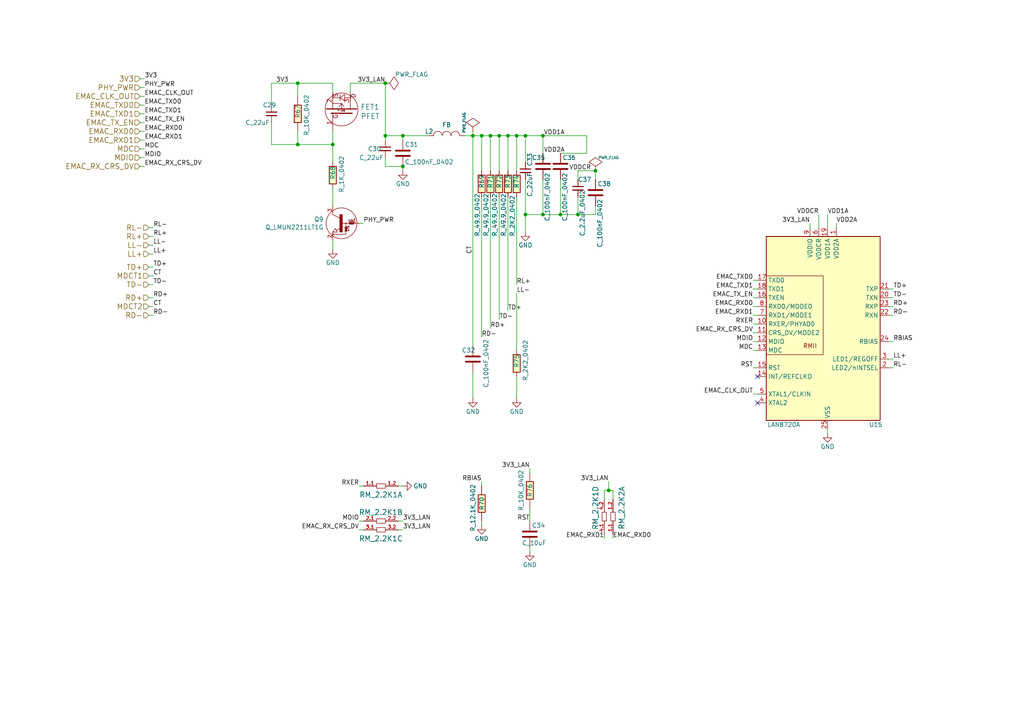
<source format=kicad_sch>
(kicad_sch (version 20211123) (generator eeschema)
  (paper "A4")
  (lib_symbols
    (symbol "ESP32-PoE_Rev_E:GND" (power) (pin_names (offset 0))
      (property "Value" "GND" (at 0 -3.81 0))
      (symbol "GND_0_1"
        (polyline (pts (xy 0 0) (xy 0 -1.27) (xy 1.27 -1.27) (xy 0 -2.54) (xy -1.27 -1.27) (xy 0 -1.27)))
      )
      (symbol "GND_1_1"
        (pin power_in line (at 0 0 270) (length 0) hide (name "GND") (number "1"))
      )
    )
    (symbol "ESP32-PoE_Rev_E:PWR_FLAG" (power) (pin_numbers hide) (pin_names (offset 0) hide)
      (property "Value" "PWR_FLAG" (at 0 4.572 0))
      (symbol "PWR_FLAG_0_0"
        (pin power_out line (at 0 0 90) (length 0) (name "pwr") (number "1"))
      )
      (symbol "PWR_FLAG_0_1"
        (polyline (pts (xy 0 0) (xy 0 1.27) (xy -1.905 2.54) (xy 0 3.81) (xy 1.905 2.54) (xy 0 1.27)))
      )
    )
    (symbol "Interface_Ethernet:LAN8720A"
      (property "Reference" "U" (at -13.97 29.21 0))
      (property "Value" "Interface_Ethernet_LAN8720A" (at 15.24 29.21 0))
      (symbol "LAN8720A_0_0"
        (text "RMII" (at -5.08 -3.81 0) (effects (font (size 1.27 1.27))))
      )
      (symbol "LAN8720A_0_1"
        (rectangle (start -17.78 27.94) (end 15.24 -25.4) (stroke (width 0.254)) (fill (type background)))
        (polyline (pts (xy -17.78 -6.35) (xy -1.27 -6.35) (xy -1.27 16.51) (xy -17.78 16.51)))
      )
      (symbol "LAN8720A_1_1"
        (pin power_in line (at 2.54 30.48 270) (length 2.54) (name "VDD2A") (number "1"))
        (pin output line (at -20.32 2.54 0) (length 2.54) (name "RXER/PHYAD0") (number "10"))
        (pin output line (at -20.32 0 0) (length 2.54) (name "CRS_DV/MODE2") (number "11"))
        (pin bidirectional line (at -20.32 -2.54 0) (length 2.54) (name "MDIO") (number "12"))
        (pin input line (at -20.32 -5.08 0) (length 2.54) (name "MDC") (number "13"))
        (pin output line (at -20.32 -12.7 0) (length 2.54) (name "INT/REFCLKO") (number "14"))
        (pin input line (at -20.32 -10.16 0) (length 2.54) (name "RST") (number "15"))
        (pin input line (at -20.32 10.16 0) (length 2.54) (name "TXEN") (number "16"))
        (pin input line (at -20.32 15.24 0) (length 2.54) (name "TXD0") (number "17"))
        (pin input line (at -20.32 12.7 0) (length 2.54) (name "TXD1") (number "18"))
        (pin power_in line (at 0 30.48 270) (length 2.54) (name "VDD1A") (number "19"))
        (pin bidirectional line (at 17.78 -10.16 180) (length 2.54) (name "LED2/nINTSEL") (number "2"))
        (pin output line (at 17.78 10.16 180) (length 2.54) (name "TXN") (number "20"))
        (pin output line (at 17.78 12.7 180) (length 2.54) (name "TXP") (number "21"))
        (pin output line (at 17.78 5.08 180) (length 2.54) (name "RXN") (number "22"))
        (pin output line (at 17.78 7.62 180) (length 2.54) (name "RXP") (number "23"))
        (pin input line (at 17.78 -2.54 180) (length 2.54) (name "RBIAS") (number "24"))
        (pin power_in line (at 0 -27.94 90) (length 2.54) (name "VSS") (number "25"))
        (pin bidirectional line (at 17.78 -7.62 180) (length 2.54) (name "LED1/REGOFF") (number "3"))
        (pin passive line (at -20.32 -20.32 0) (length 2.54) (name "XTAL2") (number "4"))
        (pin passive line (at -20.32 -17.78 0) (length 2.54) (name "XTAL1/CLKIN") (number "5"))
        (pin power_in line (at -2.54 30.48 270) (length 2.54) (name "VDDCR") (number "6"))
        (pin output line (at -20.32 5.08 0) (length 2.54) (name "RXD1/MODE1") (number "7"))
        (pin output line (at -20.32 7.62 0) (length 2.54) (name "RXD0/MODE0") (number "8"))
        (pin power_in line (at -5.08 30.48 270) (length 2.54) (name "VDDIO") (number "9"))
      )
    )
    (symbol "Open_Automation:C_100nF_0402" (pin_numbers hide) (pin_names (offset 0.254))
      (property "Reference" "C" (at 0.635 2.54 0))
      (property "Value" "Open_Automation_C_100nF_0402" (at -5.715 -2.54 0))
      (symbol "C_100nF_0402_0_1"
        (polyline (pts (xy -2.032 -0.762) (xy 2.032 -0.762)) (stroke (width 0.508)))
        (polyline (pts (xy -2.032 0.762) (xy 2.032 0.762)) (stroke (width 0.508)))
      )
      (symbol "C_100nF_0402_1_1"
        (pin passive line (at 0 3.81 270) (length 2.794) (name "~") (number "1"))
        (pin passive line (at 0 -3.81 90) (length 2.794) (name "~") (number "2"))
      )
    )
    (symbol "Open_Automation:C_10uF" (pin_numbers hide) (pin_names (offset 0.254))
      (property "Reference" "C" (at 0.635 2.54 0))
      (property "Value" "Open_Automation_C_10uF" (at 1.27 -2.54 0))
      (symbol "C_10uF_0_1"
        (polyline (pts (xy -2.032 -0.762) (xy 2.032 -0.762)) (stroke (width 0.508)))
        (polyline (pts (xy -2.032 0.762) (xy 2.032 0.762)) (stroke (width 0.508)))
      )
      (symbol "C_10uF_1_1"
        (pin passive line (at 0 3.81 270) (length 2.794) (name "~") (number "1"))
        (pin passive line (at 0 -3.81 90) (length 2.794) (name "~") (number "2"))
      )
    )
    (symbol "Open_Automation:C_2.2uF_0402" (pin_numbers hide) (pin_names (offset 0.254) hide)
      (property "Reference" "C" (at 0.254 1.778 0))
      (property "Value" "Open_Automation_C_2.2uF_0402" (at 0.254 -2.032 0))
      (symbol "C_2.2uF_0402_0_1"
        (polyline (pts (xy -1.524 -0.508) (xy 1.524 -0.508)) (stroke (width 0.3302)))
        (polyline (pts (xy -1.524 0.508) (xy 1.524 0.508)) (stroke (width 0.3048)))
      )
      (symbol "C_2.2uF_0402_1_1"
        (pin passive line (at 0 2.54 270) (length 1.905) (name "~") (number "1"))
        (pin passive line (at 0 -2.54 90) (length 2.032) (name "~") (number "2"))
      )
    )
    (symbol "Open_Automation:C_22uF" (pin_numbers hide) (pin_names (offset 0.254) hide)
      (property "Reference" "C" (at 0.254 1.778 0))
      (property "Value" "Open_Automation_C_22uF" (at 0.254 -2.032 0))
      (symbol "C_22uF_0_1"
        (polyline (pts (xy -1.524 -0.508) (xy 1.524 -0.508)) (stroke (width 0.3302)))
        (polyline (pts (xy -1.524 0.508) (xy 1.524 0.508)) (stroke (width 0.3048)))
      )
      (symbol "C_22uF_1_1"
        (pin passive line (at 0 2.54 270) (length 1.905) (name "~") (number "1"))
        (pin passive line (at 0 -2.54 90) (length 2.032) (name "~") (number "2"))
      )
    )
    (symbol "Open_Automation:FB" (pin_numbers hide) (pin_names (offset 0) hide)
      (property "Reference" "L" (at -1.27 2.54 0))
      (property "Value" "Open_Automation_FB" (at -1.27 -1.27 0))
      (symbol "FB_0_1"
        (arc (start -1.27 0) (mid -2.54 1.27) (end -3.81 0))
        (arc (start 1.27 0) (mid 0 1.27) (end -1.27 0))
        (arc (start 3.81 0) (mid 2.54 1.27) (end 1.27 0))
      )
      (symbol "FB_1_1"
        (pin passive line (at -5.08 0 0) (length 1.27) (name "1") (number "1"))
        (pin passive line (at 5.08 0 180) (length 1.27) (name "2") (number "2"))
      )
    )
    (symbol "Open_Automation:PFET" (pin_names (offset 1.016))
      (property "Reference" "FET" (at -6.35 -3.81 0))
      (property "Value" "Open_Automation_PFET" (at -10.16 -6.35 0))
      (symbol "PFET_0_0"
        (circle (center -2.54 3.3782) (radius 0.1016))
        (polyline (pts (xy -0.0254 1.7018) (xy 0.6604 0.7874)))
        (polyline (pts (xy 0.4318 4.3688) (xy 0.4318 2.4892)))
        (polyline (pts (xy 0.4572 3.4036) (xy 2.4892 3.4036)))
        (polyline (pts (xy -0.0762 1.7018) (xy -0.7112 0.7874) (xy -0.6858 0.8382)))
        (polyline (pts (xy -0.0254 0.254) (xy -0.0254 1.7272) (xy 2.5146 1.7272)))
        (polyline (pts (xy -2.5146 3.3782) (xy -0.9144 3.3782) (xy -0.9144 4.2926) (xy -0.9144 2.5146) (xy 0.4064 3.3782) (xy -0.889 4.3434)))
        (polyline (pts (xy -4.445 0.2286) (xy 4.4196 0.254) (xy 4.4196 0.0762) (xy -4.4196 0.0762) (xy -4.445 0.0762) (xy -4.445 0.1524) (xy 4.2926 0.1524)))
        (polyline (pts (xy -3.0988 -1.016) (xy 3.0988 -1.016) (xy 3.0988 -1.1938) (xy -3.0734 -1.2192) (xy -3.1242 -1.2192) (xy -3.1242 -1.0414) (xy -3.048 -1.143) (xy 2.9972 -1.1176)))
        (circle (center 0 0) (radius 4.7752))
        (circle (center 2.5146 1.7272) (radius 0.1016))
        (circle (center 2.5146 3.4036) (radius 0.1016))
        (text "D" (at -3.429 3.9878 900) (effects (font (size 1.27 1.27))))
        (text "G" (at 1.7272 -2.032 900) (effects (font (size 1.27 1.27))))
        (text "P-MOS" (at 0.0254 -0.381 0) (effects (font (size 0.4064 0.4064))))
        (text "S" (at 1.7526 4.1402 900) (effects (font (size 1.27 1.27))))
      )
      (symbol "PFET_1_1"
        (pin input line (at 2.54 -6.35 90) (length 5.08) (name "~") (number "1"))
        (pin passive line (at 2.54 5.08 270) (length 5.08) (name "~") (number "2"))
        (pin passive line (at -2.54 5.08 270) (length 5.08) (name "~") (number "3"))
      )
    )
    (symbol "Open_Automation:Q_LMUN2211LT1G" (pin_names (offset 0) hide)
      (property "Reference" "Q" (at 5.08 0 0))
      (property "Value" "Open_Automation_Q_LMUN2211LT1G" (at 5.08 -2.54 0))
      (symbol "Q_LMUN2211LT1G_1_0"
        (polyline (pts (xy -3.556 -0.254) (xy -2.286 -0.254)))
        (polyline (pts (xy -3.556 -0.127) (xy -3.556 -0.254)))
        (polyline (pts (xy -3.556 -0.127) (xy -2.286 -0.127)))
        (polyline (pts (xy -3.556 0) (xy -3.556 -0.127)))
        (polyline (pts (xy -3.556 0.127) (xy -3.556 0)))
        (polyline (pts (xy -3.556 0.127) (xy -2.286 0.127)))
        (polyline (pts (xy -3.556 0.254) (xy -3.556 0.127)))
        (polyline (pts (xy -3.556 0.254) (xy -2.286 0.254)))
        (polyline (pts (xy -2.286 0) (xy -3.556 0)))
        (polyline (pts (xy -2.286 0) (xy -2.286 -0.254)))
        (polyline (pts (xy -2.286 0.127) (xy -2.286 0)))
        (polyline (pts (xy -2.286 0.254) (xy -2.286 0.127)))
        (polyline (pts (xy -1.524 -2.286) (xy -1.524 -1.016)))
        (polyline (pts (xy -1.524 -2.286) (xy -1.397 -2.286)))
        (polyline (pts (xy -1.524 -1.016) (xy -1.397 -1.016)))
        (polyline (pts (xy -1.397 -2.286) (xy -1.397 -1.016)))
        (polyline (pts (xy -1.397 -2.286) (xy -1.143 -2.286)))
        (polyline (pts (xy -1.397 -1.016) (xy -1.143 -1.016)))
        (polyline (pts (xy -1.27 -3.175) (xy 2.54 -3.175)))
        (polyline (pts (xy -1.27 0) (xy -2.286 0)))
        (polyline (pts (xy -1.27 0) (xy -1.27 -3.175)))
        (polyline (pts (xy -1.143 -2.286) (xy -1.143 -1.016)))
        (polyline (pts (xy -1.143 -2.286) (xy -1.016 -2.286)))
        (polyline (pts (xy -1.143 -1.016) (xy -1.016 -1.016)))
        (polyline (pts (xy -1.016 -2.286) (xy -1.016 -1.016)))
        (polyline (pts (xy 0 0) (xy -1.27 0)))
        (polyline (pts (xy 1.27 -2.54) (xy 1.778 -1.524)))
        (polyline (pts (xy 1.524 -2.032) (xy 0.3048 -1.4224)))
        (polyline (pts (xy 1.778 -1.524) (xy 2.54 -2.54)))
        (polyline (pts (xy 2.54 -2.54) (xy 1.27 -2.54)))
        (polyline (pts (xy 2.54 2.54) (xy 0.508 1.524)))
        (text "10k" (at -2.7686 0.7366 0) (effects (font (size 0.6096 0.6096))))
        (text "47k" (at -2.0066 -1.4986 900) (effects (font (size 0.6096 0.6096))))
      )
      (symbol "Q_LMUN2211LT1G_1_1"
        (circle (center -1.27 0) (radius 0.127) (fill (type outline)))
        (rectangle (start -0.254 -2.54) (end 0.508 2.54) (fill (type outline)))
        (circle (center 0 0) (radius 4.4704))
        (circle (center 2.54 -3.175) (radius 0.127) (fill (type outline)))
        (pin passive line (at -5.08 0 0) (length 2.54) (name "B") (number "1"))
        (pin passive line (at 2.54 -5.08 90) (length 2.54) (name "E") (number "2"))
        (pin passive line (at 2.54 5.08 270) (length 2.54) (name "C") (number "3"))
      )
    )
    (symbol "Open_Automation:RA_2.2K_(4x0603)_4B8_Smashed" (pin_names (offset 1.016))
      (property "Reference" "RM_2.2K" (at 0 6.35 0))
      (symbol "RA_2.2K_(4x0603)_4B8_Smashed_0_0"
        (rectangle (start -1.2446 4.445) (end 1.2954 3.175))
      )
      (symbol "RA_2.2K_(4x0603)_4B8_Smashed_1_1"
        (pin passive line (at -5.08 3.81 0) (length 3.81) (name "~") (number "1.1"))
        (pin passive line (at 5.08 3.81 180) (length 3.81) (name "~") (number "1.2"))
      )
      (symbol "RA_2.2K_(4x0603)_4B8_Smashed_1_2"
        (pin passive line (at -5.08 3.81 0) (length 3.81) (name "~") (number "1.1"))
        (pin passive line (at 5.08 3.81 180) (length 3.81) (name "~") (number "1.2"))
      )
      (symbol "RA_2.2K_(4x0603)_4B8_Smashed_2_1"
        (pin passive line (at -5.08 3.81 0) (length 3.81) (name "~") (number "2.1"))
        (pin passive line (at 5.08 3.81 180) (length 3.81) (name "~") (number "2.2"))
      )
      (symbol "RA_2.2K_(4x0603)_4B8_Smashed_2_2"
        (pin passive line (at -5.08 3.81 0) (length 3.81) (name "~") (number "1.1"))
        (pin passive line (at 5.08 3.81 180) (length 3.81) (name "~") (number "1.2"))
      )
      (symbol "RA_2.2K_(4x0603)_4B8_Smashed_3_1"
        (pin passive line (at -5.08 3.81 0) (length 3.81) (name "~") (number "3.1"))
        (pin passive line (at 5.08 3.81 180) (length 3.81) (name "~") (number "3.2"))
      )
      (symbol "RA_2.2K_(4x0603)_4B8_Smashed_3_2"
        (pin passive line (at -5.08 3.81 0) (length 3.81) (name "~") (number "1.1"))
        (pin passive line (at 5.08 3.81 180) (length 3.81) (name "~") (number "1.2"))
      )
      (symbol "RA_2.2K_(4x0603)_4B8_Smashed_4_1"
        (pin passive line (at -5.08 3.81 0) (length 3.81) (name "~") (number "4.1"))
        (pin passive line (at 5.08 3.81 180) (length 3.81) (name "~") (number "4.2"))
      )
      (symbol "RA_2.2K_(4x0603)_4B8_Smashed_4_2"
        (pin passive line (at -5.08 3.81 0) (length 3.81) (name "~") (number "1.1"))
        (pin passive line (at 5.08 3.81 180) (length 3.81) (name "~") (number "1.2"))
      )
    )
    (symbol "Open_Automation:R_10K_0402" (pin_numbers hide) (pin_names (offset 0))
      (property "Reference" "R" (at 0 0 90))
      (property "Value" "Open_Automation_R_10K_0402" (at -1.905 0 90))
      (symbol "R_10K_0402_0_1"
        (rectangle (start -1.016 -2.54) (end 1.016 2.54) (stroke (width 0.254)) (fill (type background)))
      )
      (symbol "R_10K_0402_1_1"
        (pin passive line (at 0 -5.08 90) (length 2.54) (name "~") (number "1"))
        (pin passive line (at 0 5.08 270) (length 2.54) (name "~") (number "2"))
      )
    )
    (symbol "Open_Automation:R_12.1K_0402" (pin_numbers hide) (pin_names (offset 0))
      (property "Reference" "R" (at 0 0 90))
      (property "Value" "Open_Automation_R_12.1K_0402" (at -1.905 0 90))
      (symbol "R_12.1K_0402_0_1"
        (rectangle (start -1.016 -2.54) (end 1.016 2.54) (stroke (width 0.254)) (fill (type background)))
      )
      (symbol "R_12.1K_0402_1_1"
        (pin passive line (at 0 -5.08 90) (length 2.54) (name "~") (number "1"))
        (pin passive line (at 0 5.08 270) (length 2.54) (name "~") (number "2"))
      )
    )
    (symbol "Open_Automation:R_1K_0402" (pin_numbers hide) (pin_names (offset 0))
      (property "Reference" "R" (at 0 0 90))
      (property "Value" "Open_Automation_R_1K_0402" (at -1.905 0 90))
      (symbol "R_1K_0402_0_1"
        (rectangle (start -1.016 -2.54) (end 1.016 2.54) (stroke (width 0.254)) (fill (type background)))
      )
      (symbol "R_1K_0402_1_1"
        (pin passive line (at 0 3.81 270) (length 1.27) (name "~") (number "1"))
        (pin passive line (at 0 -3.81 90) (length 1.27) (name "~") (number "2"))
      )
    )
    (symbol "Open_Automation:R_2K2_0402" (pin_numbers hide) (pin_names (offset 0))
      (property "Reference" "R" (at 0 0 90))
      (property "Value" "Open_Automation_R_2K2_0402" (at -1.905 0 90))
      (symbol "R_2K2_0402_0_1"
        (rectangle (start -1.016 -2.54) (end 1.016 2.54) (stroke (width 0.254)) (fill (type background)))
      )
      (symbol "R_2K2_0402_1_1"
        (pin passive line (at 0 3.81 270) (length 1.27) (name "~") (number "1"))
        (pin passive line (at 0 -3.81 90) (length 1.27) (name "~") (number "2"))
      )
    )
    (symbol "Open_Automation:R_49.9_0402" (pin_numbers hide) (pin_names (offset 0))
      (property "Reference" "R" (at 0 0 90))
      (property "Value" "Open_Automation_R_49.9_0402" (at -1.905 0 90))
      (symbol "R_49.9_0402_0_1"
        (rectangle (start -1.016 -2.54) (end 1.016 2.54) (stroke (width 0.254)) (fill (type background)))
      )
      (symbol "R_49.9_0402_1_1"
        (pin passive line (at 0 3.81 270) (length 1.27) (name "~") (number "1"))
        (pin passive line (at 0 -3.81 90) (length 1.27) (name "~") (number "2"))
      )
    )
    (symbol "power:GND" (power) (pin_names (offset 0))
      (property "Value" "power_GND" (at 0 -3.81 0))
      (symbol "GND_0_1"
        (polyline (pts (xy 0 0) (xy 0 -1.27) (xy 1.27 -1.27) (xy 0 -2.54) (xy -1.27 -1.27) (xy 0 -1.27)))
      )
      (symbol "GND_1_1"
        (pin power_in line (at 0 0 270) (length 0) hide (name "GND") (number "1"))
      )
    )
  )
  (junction (at 157.48 39.37))
  (junction (at 147.32 39.37))
  (junction (at 86.36 24.13))
  (junction (at 176.53 142.24))
  (junction (at 137.16 39.37))
  (junction (at 172.72 49.53))
  (junction (at 116.84 48.26))
  (junction (at 111.76 39.37))
  (junction (at 86.36 41.91))
  (junction (at 152.4 62.23))
  (junction (at 116.84 39.37))
  (junction (at 144.78 39.37))
  (junction (at 152.4 39.37))
  (junction (at 149.86 39.37))
  (junction (at 96.52 41.91))
  (junction (at 111.76 24.13))
  (junction (at 157.48 62.23))
  (junction (at 162.56 62.23))
  (junction (at 139.7 39.37))
  (junction (at 167.64 62.23))
  (junction (at 142.24 39.37))
  (no_connect (at 219.71 116.84))
  (no_connect (at 219.71 109.22))
  (wire (pts (xy 162.56 52.07) (xy 162.56 62.23)))
  (wire (pts (xy 167.64 49.53) (xy 172.72 49.53)))
  (wire (pts (xy 218.44 88.9) (xy 219.71 88.9)))
  (wire (pts (xy 218.44 106.68) (xy 219.71 106.68)))
  (wire (pts (xy 40.64 38.1) (xy 41.91 38.1)))
  (wire (pts (xy 162.56 62.23) (xy 167.64 62.23)))
  (wire (pts (xy 157.48 62.23) (xy 162.56 62.23)))
  (wire (pts (xy 137.16 39.37) (xy 139.7 39.37)))
  (wire (pts (xy 152.4 62.23) (xy 152.4 67.31)))
  (wire (pts (xy 234.95 64.77) (xy 234.95 66.04)))
  (wire (pts (xy 172.72 52.07) (xy 172.72 49.53)))
  (wire (pts (xy 177.8 156.21) (xy 177.8 154.94)))
  (wire (pts (xy 149.86 57.15) (xy 149.86 82.55)))
  (wire (pts (xy 167.64 62.23) (xy 172.72 62.23)))
  (wire (pts (xy 147.32 39.37) (xy 149.86 39.37)))
  (wire (pts (xy 41.91 30.48) (xy 40.64 30.48)))
  (wire (pts (xy 218.44 81.28) (xy 219.71 81.28)))
  (wire (pts (xy 237.49 62.23) (xy 237.49 66.04)))
  (wire (pts (xy 149.86 39.37) (xy 152.4 39.37)))
  (wire (pts (xy 259.08 106.68) (xy 257.81 106.68)))
  (wire (pts (xy 167.64 49.53) (xy 167.64 52.07)))
  (wire (pts (xy 116.84 40.64) (xy 116.84 39.37)))
  (wire (pts (xy 86.36 38.1) (xy 86.36 41.91)))
  (wire (pts (xy 104.14 153.67) (xy 105.41 153.67)))
  (wire (pts (xy 259.08 99.06) (xy 257.81 99.06)))
  (wire (pts (xy 139.7 139.7) (xy 139.7 140.97)))
  (wire (pts (xy 116.84 48.26) (xy 116.84 49.53)))
  (wire (pts (xy 157.48 39.37) (xy 170.18 39.37)))
  (wire (pts (xy 105.41 64.77) (xy 104.14 64.77)))
  (wire (pts (xy 44.45 68.58) (xy 43.18 68.58)))
  (wire (pts (xy 116.84 140.97) (xy 115.57 140.97)))
  (wire (pts (xy 259.08 104.14) (xy 257.81 104.14)))
  (wire (pts (xy 86.36 41.91) (xy 96.52 41.91)))
  (wire (pts (xy 176.53 142.24) (xy 175.26 142.24)))
  (wire (pts (xy 78.74 41.91) (xy 86.36 41.91)))
  (wire (pts (xy 116.84 39.37) (xy 124.46 39.37)))
  (wire (pts (xy 137.16 107.95) (xy 137.16 115.57)))
  (wire (pts (xy 115.57 153.67) (xy 116.84 153.67)))
  (wire (pts (xy 41.91 27.94) (xy 40.64 27.94)))
  (wire (pts (xy 104.14 151.13) (xy 105.41 151.13)))
  (wire (pts (xy 86.36 27.94) (xy 86.36 24.13)))
  (wire (pts (xy 139.7 39.37) (xy 142.24 39.37)))
  (wire (pts (xy 101.6 26.67) (xy 101.6 24.13)))
  (wire (pts (xy 218.44 93.98) (xy 219.71 93.98)))
  (wire (pts (xy 111.76 40.64) (xy 111.76 39.37)))
  (wire (pts (xy 219.71 99.06) (xy 218.44 99.06)))
  (wire (pts (xy 175.26 156.21) (xy 175.26 154.94)))
  (wire (pts (xy 170.18 39.37) (xy 170.18 44.45)))
  (wire (pts (xy 101.6 24.13) (xy 111.76 24.13)))
  (wire (pts (xy 44.45 86.36) (xy 43.18 86.36)))
  (wire (pts (xy 41.91 33.02) (xy 40.64 33.02)))
  (wire (pts (xy 111.76 45.72) (xy 111.76 48.26)))
  (wire (pts (xy 44.45 91.44) (xy 43.18 91.44)))
  (wire (pts (xy 44.45 71.12) (xy 43.18 71.12)))
  (wire (pts (xy 144.78 57.15) (xy 144.78 92.71)))
  (wire (pts (xy 40.64 48.26) (xy 41.91 48.26)))
  (wire (pts (xy 44.45 88.9) (xy 43.18 88.9)))
  (wire (pts (xy 116.84 151.13) (xy 115.57 151.13)))
  (wire (pts (xy 41.91 45.72) (xy 40.64 45.72)))
  (wire (pts (xy 142.24 57.15) (xy 142.24 95.25)))
  (wire (pts (xy 259.08 83.82) (xy 257.81 83.82)))
  (wire (pts (xy 177.8 142.24) (xy 177.8 144.78)))
  (wire (pts (xy 167.64 62.23) (xy 167.64 57.15)))
  (wire (pts (xy 149.86 109.22) (xy 149.86 115.57)))
  (wire (pts (xy 147.32 49.53) (xy 147.32 39.37)))
  (wire (pts (xy 96.52 24.13) (xy 96.52 26.67)))
  (wire (pts (xy 153.67 147.32) (xy 153.67 151.13)))
  (wire (pts (xy 147.32 57.15) (xy 147.32 90.17)))
  (wire (pts (xy 139.7 151.13) (xy 139.7 152.4)))
  (wire (pts (xy 175.26 142.24) (xy 175.26 144.78)))
  (wire (pts (xy 152.4 46.99) (xy 152.4 39.37)))
  (wire (pts (xy 40.64 40.64) (xy 41.91 40.64)))
  (wire (pts (xy 44.45 80.01) (xy 43.18 80.01)))
  (wire (pts (xy 144.78 49.53) (xy 144.78 39.37)))
  (wire (pts (xy 111.76 48.26) (xy 116.84 48.26)))
  (wire (pts (xy 259.08 86.36) (xy 257.81 86.36)))
  (wire (pts (xy 78.74 24.13) (xy 86.36 24.13)))
  (wire (pts (xy 41.91 35.56) (xy 40.64 35.56)))
  (wire (pts (xy 86.36 24.13) (xy 96.52 24.13)))
  (wire (pts (xy 218.44 86.36) (xy 219.71 86.36)))
  (wire (pts (xy 40.64 43.18) (xy 41.91 43.18)))
  (wire (pts (xy 153.67 160.02) (xy 153.67 158.75)))
  (wire (pts (xy 218.44 101.6) (xy 219.71 101.6)))
  (wire (pts (xy 176.53 142.24) (xy 177.8 142.24)))
  (wire (pts (xy 78.74 30.48) (xy 78.74 24.13)))
  (wire (pts (xy 259.08 88.9) (xy 257.81 88.9)))
  (wire (pts (xy 153.67 135.89) (xy 153.67 137.16)))
  (wire (pts (xy 111.76 24.13) (xy 111.76 39.37)))
  (wire (pts (xy 78.74 35.56) (xy 78.74 41.91)))
  (wire (pts (xy 152.4 52.07) (xy 152.4 62.23)))
  (wire (pts (xy 134.62 39.37) (xy 137.16 39.37)))
  (wire (pts (xy 142.24 49.53) (xy 142.24 39.37)))
  (wire (pts (xy 41.91 25.4) (xy 40.64 25.4)))
  (wire (pts (xy 43.18 73.66) (xy 44.45 73.66)))
  (wire (pts (xy 240.03 62.23) (xy 240.03 66.04)))
  (wire (pts (xy 144.78 39.37) (xy 147.32 39.37)))
  (wire (pts (xy 149.86 85.09) (xy 149.86 101.6)))
  (wire (pts (xy 218.44 114.3) (xy 219.71 114.3)))
  (wire (pts (xy 96.52 54.61) (xy 96.52 59.69)))
  (wire (pts (xy 172.72 59.69) (xy 172.72 62.23)))
  (wire (pts (xy 137.16 39.37) (xy 137.16 100.33)))
  (wire (pts (xy 218.44 83.82) (xy 219.71 83.82)))
  (wire (pts (xy 162.56 44.45) (xy 170.18 44.45)))
  (wire (pts (xy 96.52 72.39) (xy 96.52 69.85)))
  (wire (pts (xy 44.45 82.55) (xy 43.18 82.55)))
  (wire (pts (xy 96.52 41.91) (xy 96.52 46.99)))
  (wire (pts (xy 157.48 52.07) (xy 157.48 62.23)))
  (wire (pts (xy 152.4 62.23) (xy 157.48 62.23)))
  (wire (pts (xy 105.41 140.97) (xy 104.14 140.97)))
  (wire (pts (xy 176.53 139.7) (xy 176.53 142.24)))
  (wire (pts (xy 111.76 39.37) (xy 116.84 39.37)))
  (wire (pts (xy 139.7 49.53) (xy 139.7 39.37)))
  (wire (pts (xy 218.44 96.52) (xy 219.71 96.52)))
  (wire (pts (xy 240.03 125.73) (xy 240.03 124.46)))
  (wire (pts (xy 157.48 44.45) (xy 157.48 39.37)))
  (wire (pts (xy 137.16 38.1) (xy 137.16 39.37)))
  (wire (pts (xy 142.24 39.37) (xy 144.78 39.37)))
  (wire (pts (xy 152.4 39.37) (xy 157.48 39.37)))
  (wire (pts (xy 96.52 38.1) (xy 96.52 41.91)))
  (wire (pts (xy 149.86 49.53) (xy 149.86 39.37)))
  (wire (pts (xy 139.7 57.15) (xy 139.7 97.79)))
  (wire (pts (xy 44.45 66.04) (xy 43.18 66.04)))
  (wire (pts (xy 259.08 91.44) (xy 257.81 91.44)))
  (wire (pts (xy 242.57 64.77) (xy 242.57 66.04)))
  (wire (pts (xy 218.44 91.44) (xy 219.71 91.44)))
  (wire (pts (xy 44.45 77.47) (xy 43.18 77.47)))
  (wire (pts (xy 41.91 22.86) (xy 40.64 22.86)))
  (label "RBIAS" (at 139.7 139.7 180))
  (label "EMAC_TXD0" (at 41.91 30.48 0))
  (label "EMAC_RX_CRS_DV" (at 41.91 48.26 0))
  (label "EMAC_RXD1" (at 218.44 91.44 180))
  (label "VDD2A" (at 163.83 44.45 180))
  (label "MDIO" (at 104.14 151.13 180))
  (label "RL-" (at 44.45 66.04 0))
  (label "EMAC_RXD1" (at 175.26 156.21 180))
  (label "MDIO" (at 41.91 45.72 0))
  (label "3V3_LAN" (at 234.95 64.77 180))
  (label "LL+" (at 259.08 104.14 0))
  (label "RL-" (at 259.08 106.68 0))
  (label "RD+" (at 142.24 95.25 0))
  (label "TD+" (at 44.45 77.47 0))
  (label "RD+" (at 44.45 86.36 0))
  (label "VDDCR" (at 237.49 62.23 180))
  (label "EMAC_RX_CRS_DV" (at 104.14 153.67 180))
  (label "RST" (at 153.67 151.13 180))
  (label "TD-" (at 44.45 82.55 0))
  (label "3V3" (at 80.01 24.13 0))
  (label "3V3_LAN" (at 111.76 24.13 180))
  (label "RL+" (at 149.86 82.55 0))
  (label "MDC" (at 41.91 43.18 0))
  (label "RL+" (at 44.45 68.58 0))
  (label "LL+" (at 44.45 73.66 0))
  (label "RXER" (at 104.14 140.97 180))
  (label "TD-" (at 259.08 86.36 0))
  (label "TD+" (at 147.32 90.17 0))
  (label "EMAC_RXD1" (at 41.91 40.64 0))
  (label "3V3" (at 41.91 22.86 0))
  (label "EMAC_TXD1" (at 218.44 83.82 180))
  (label "PHY_PWR" (at 105.41 64.77 0))
  (label "3V3_LAN" (at 116.84 153.67 0))
  (label "VDDCR" (at 171.45 49.53 180))
  (label "EMAC_CLK_OUT" (at 41.91 27.94 0))
  (label "EMAC_TXD1" (at 41.91 33.02 0))
  (label "PHY_PWR" (at 41.91 25.4 0))
  (label "RD-" (at 139.7 97.79 0))
  (label "EMAC_TXD0" (at 218.44 81.28 180))
  (label "RD-" (at 259.08 91.44 0))
  (label "CT" (at 137.16 73.66 90))
  (label "EMAC_CLK_OUT" (at 218.44 114.3 180))
  (label "EMAC_RXD0" (at 177.8 156.21 0))
  (label "3V3_LAN" (at 116.84 151.13 0))
  (label "VDD1A" (at 240.03 62.23 0))
  (label "3V3_LAN" (at 176.53 139.7 180))
  (label "RST" (at 218.44 106.68 180))
  (label "MDIO" (at 218.44 99.06 180))
  (label "LL-" (at 44.45 71.12 0))
  (label "TD-" (at 144.78 92.71 0))
  (label "RD-" (at 44.45 91.44 0))
  (label "VDD2A" (at 242.57 64.77 0))
  (label "3V3_LAN" (at 153.67 135.89 180))
  (label "RXER" (at 218.44 93.98 180))
  (label "EMAC_RX_CRS_DV" (at 218.44 96.52 180))
  (label "RBIAS" (at 259.08 99.06 0))
  (label "MDC" (at 218.44 101.6 180))
  (label "EMAC_TX_EN" (at 41.91 35.56 0))
  (label "VDD1A" (at 163.83 39.37 180))
  (label "EMAC_RXD0" (at 218.44 88.9 180))
  (label "RD+" (at 259.08 88.9 0))
  (label "EMAC_RXD0" (at 41.91 38.1 0))
  (label "LL-" (at 149.86 85.09 0))
  (label "EMAC_TX_EN" (at 218.44 86.36 180))
  (label "CT" (at 44.45 80.01 0))
  (label "CT" (at 44.45 88.9 0))
  (label "TD+" (at 259.08 83.82 0))
  (hierarchical_label "TD-" (shape input) (at 43.18 82.55 180) (effects (font (size 1.524 1.524))))
  (hierarchical_label "MDC" (shape input) (at 40.64 43.18 180) (effects (font (size 1.524 1.524))))
  (hierarchical_label "MDIO" (shape input) (at 40.64 45.72 180) (effects (font (size 1.524 1.524))))
  (hierarchical_label "EMAC_RXD0" (shape input) (at 40.64 38.1 180) (effects (font (size 1.524 1.524))))
  (hierarchical_label "EMAC_RX_CRS_DV" (shape input) (at 40.64 48.26 180) (effects (font (size 1.524 1.524))))
  (hierarchical_label "3V3" (shape input) (at 40.64 22.86 180) (effects (font (size 1.524 1.524))))
  (hierarchical_label "RL+" (shape input) (at 43.18 68.58 180) (effects (font (size 1.524 1.524))))
  (hierarchical_label "EMAC_TX_EN" (shape input) (at 40.64 35.56 180) (effects (font (size 1.524 1.524))))
  (hierarchical_label "EMAC_TXD0" (shape input) (at 40.64 30.48 180) (effects (font (size 1.524 1.524))))
  (hierarchical_label "MDCT2" (shape input) (at 43.18 88.9 180) (effects (font (size 1.524 1.524))))
  (hierarchical_label "EMAC_RXD1" (shape input) (at 40.64 40.64 180) (effects (font (size 1.524 1.524))))
  (hierarchical_label "LL+" (shape input) (at 43.18 73.66 180) (effects (font (size 1.524 1.524))))
  (hierarchical_label "TD+" (shape input) (at 43.18 77.47 180) (effects (font (size 1.524 1.524))))
  (hierarchical_label "RL-" (shape input) (at 43.18 66.04 180) (effects (font (size 1.524 1.524))))
  (hierarchical_label "RD+" (shape input) (at 43.18 86.36 180) (effects (font (size 1.524 1.524))))
  (hierarchical_label "EMAC_TXD1" (shape input) (at 40.64 33.02 180) (effects (font (size 1.524 1.524))))
  (hierarchical_label "MDCT1" (shape input) (at 43.18 80.01 180) (effects (font (size 1.524 1.524))))
  (hierarchical_label "EMAC_CLK_OUT" (shape input) (at 40.64 27.94 180) (effects (font (size 1.524 1.524))))
  (hierarchical_label "LL-" (shape input) (at 43.18 71.12 180) (effects (font (size 1.524 1.524))))
  (hierarchical_label "PHY_PWR" (shape input) (at 40.64 25.4 180) (effects (font (size 1.524 1.524))))
  (hierarchical_label "RD-" (shape input) (at 43.18 91.44 180) (effects (font (size 1.524 1.524))))
  (symbol (lib_id "ESP32-PoE_Rev_E:PWR_FLAG") (at 137.16 38.1 0) (unit 1)
    (property "Reference" "#FLG04" (effects hide))
    (property "Value" "PWR_FLAG" (at 134.62 35.56 90) (effects (font (size 0.7874 0.7874))))
  )
  (symbol (lib_id "ESP32-PoE_Rev_E:PWR_FLAG") (at 172.72 49.53 0) (unit 1)
    (property "Reference" "#FLG05" (effects hide))
    (property "Value" "PWR_FLAG" (at 176.53 45.72 0) (effects (font (size 0.7874 0.7874))))
  )
  (symbol (lib_id "Open_Automation:R_10K_0402") (at 153.67 142.24 0) (unit 1)
    (property "Reference" "R76" (at 153.67 142.24 90))
    (property "Value" "R_10K_0402" (at 151.13 142.24 90))
    (property "Footprint" "Resistor_SMD:R_0402_1005Metric_Pad0.72x0.64mm_HandSolder" (effects hide))
    (property "Datasheet" "https://datasheet.lcsc.com/szlcsc/Uniroyal-Elec-0402WGF1002TCE_C25744.pdf" (effects hide))
    (property "Part Number" "0402WGF1002TCE" (effects hide))
    (property "LCSC" "C25744" (effects hide))
  )
  (symbol (lib_id "Open_Automation:C_10uF") (at 153.67 154.94 180) (unit 1)
    (property "Reference" "C34" (at 156.21 152.4 0))
    (property "Value" "C_10uF" (at 154.94 157.48 0))
    (property "Footprint" "Capacitor_SMD:C_0805_2012Metric_Pad1.18x1.45mm_HandSolder" (effects hide))
    (property "Datasheet" "https://datasheet.lcsc.com/szlcsc/Samsung-Electro-Mechanics-CL21A106KAYNNNE_C15850.pdf" (effects hide))
    (property "Part Number" "CL21A106KAYNNNE" (effects hide))
    (property "LCSC" "C15850" (effects hide))
  )
  (symbol (lib_id "Open_Automation:RA_2.2K_(4x0603)_4B8_Smashed") (at 179.07 149.86 90) (unit 4)
    (property "Reference" "RM_2.2K1" (at 172.72 147.32 0) (effects (font (size 1.524 1.524))))
    (property "Value" "RA_2.2K_(4x0603)_4B8_Smashed" (effects hide))
    (property "Footprint" "Open_Automation:R_0603_MATRIX_4" (effects hide))
    (property "Datasheet" "https://datasheet.lcsc.com/szlcsc/Uniroyal-Elec-4D03WGJ0222T5E_C12001.pdf" (effects hide))
    (property "Part Number" "4D03WGJ0222T5E" (effects hide))
    (property "LCSC" "C12001" (effects hide))
  )
  (symbol (lib_id "Open_Automation:RA_2.2K_(4x0603)_4B8_Smashed") (at 181.61 149.86 90) (unit 1)
    (property "Reference" "RM_2.2K2" (at 180.34 147.32 0) (effects (font (size 1.524 1.524))))
    (property "Value" "RA_2.2K_(4x0603)_4B8_Smashed" (effects hide))
    (property "Footprint" "Open_Automation:R_0603_MATRIX_4" (effects hide))
    (property "Datasheet" "https://datasheet.lcsc.com/szlcsc/Uniroyal-Elec-4D03WGJ0222T5E_C12001.pdf" (effects hide))
    (property "Part Number" "4D03WGJ0222T5E" (effects hide))
    (property "LCSC" "C12001" (effects hide))
  )
  (symbol (lib_id "Interface_Ethernet:LAN8720A") (at 240.03 96.52 0) (unit 1)
    (property "Reference" "U15" (at 254 123.19 0))
    (property "Value" "LAN8720A" (at 227.33 123.19 0))
    (property "Footprint" "Package_DFN_QFN:QFN-24-1EP_4x4mm_P0.5mm_EP2.6x2.6mm" (effects hide))
    (property "Datasheet" "http://ww1.microchip.com/downloads/en/DeviceDoc/8720a.pdf" (effects hide))
    (property "LCSC" "C45223" (effects hide))
    (property "Part Number" "LAN8720A-CP-TR" (effects hide))
  )
  (symbol (lib_id "Open_Automation:R_12.1K_0402") (at 139.7 146.05 180) (unit 1)
    (property "Reference" "R70" (at 139.7 146.05 90))
    (property "Value" "R_12.1K_0402" (at 137.16 147.32 90))
    (property "Footprint" "Resistor_SMD:R_0402_1005Metric_Pad0.72x0.64mm_HandSolder" (effects hide))
    (property "Datasheet" "https://datasheet.lcsc.com/szlcsc/Uniroyal-Elec-0402WGF1212TCE_C25852.pdf" (effects hide))
    (property "Part Number" "0402WGF1212TCE" (effects hide))
    (property "LCSC" "C25852" (effects hide))
  )
  (symbol (lib_id "Open_Automation:RA_2.2K_(4x0603)_4B8_Smashed") (at 110.49 144.78 0) (unit 1)
    (property "Reference" "RM_2.2K1" (at 110.49 143.51 0) (effects (font (size 1.524 1.524))))
    (property "Value" "RA_2.2K_(4x0603)_4B8_Smashed" (effects hide))
    (property "Footprint" "Open_Automation:R_0603_MATRIX_4" (effects hide))
    (property "Datasheet" "https://datasheet.lcsc.com/szlcsc/Uniroyal-Elec-4D03WGJ0222T5E_C12001.pdf" (effects hide))
    (property "Part Number" "4D03WGJ0222T5E" (effects hide))
    (property "LCSC" "C12001" (effects hide))
  )
  (symbol (lib_id "Open_Automation:RA_2.2K_(4x0603)_4B8_Smashed") (at 110.49 154.94 0) (unit 2)
    (property "Reference" "RM_2.2K1" (at 110.49 148.59 0) (effects (font (size 1.524 1.524))))
    (property "Value" "RA_2.2K_(4x0603)_4B8_Smashed" (effects hide))
    (property "Footprint" "Open_Automation:R_0603_MATRIX_4" (effects hide))
    (property "Datasheet" "https://datasheet.lcsc.com/szlcsc/Uniroyal-Elec-4D03WGJ0222T5E_C12001.pdf" (effects hide))
    (property "Part Number" "4D03WGJ0222T5E" (effects hide))
    (property "LCSC" "C12001" (effects hide))
  )
  (symbol (lib_id "Open_Automation:RA_2.2K_(4x0603)_4B8_Smashed") (at 110.49 157.48 0) (unit 3)
    (property "Reference" "RM_2.2K1" (at 110.49 156.21 0) (effects (font (size 1.524 1.524))))
    (property "Value" "RA_2.2K_(4x0603)_4B8_Smashed" (effects hide))
    (property "Footprint" "Open_Automation:R_0603_MATRIX_4" (effects hide))
    (property "Datasheet" "https://datasheet.lcsc.com/szlcsc/Uniroyal-Elec-4D03WGJ0222T5E_C12001.pdf" (effects hide))
    (property "Part Number" "4D03WGJ0222T5E" (effects hide))
    (property "LCSC" "C12001" (effects hide))
  )
  (symbol (lib_id "Open_Automation:R_10K_0402") (at 86.36 33.02 0) (unit 1)
    (property "Reference" "R67" (at 86.36 34.29 90) (effects (justify left)))
    (property "Value" "R_10K_0402" (at 88.9 39.37 90) (effects (justify left)))
    (property "Footprint" "Resistor_SMD:R_0402_1005Metric_Pad0.72x0.64mm_HandSolder" (effects hide))
    (property "Datasheet" "https://datasheet.lcsc.com/szlcsc/Uniroyal-Elec-0402WGF1002TCE_C25744.pdf" (effects hide))
    (property "Part Number" "0402WGF1002TCE" (effects hide))
    (property "LCSC" "C25744" (effects hide))
  )
  (symbol (lib_id "power:GND") (at 240.03 125.73 0) (unit 1)
    (property "Reference" "#PWR0116" (effects hide))
    (property "Value" "GND" (at 240.03 129.54 0))
  )
  (symbol (lib_id "Open_Automation:PFET") (at 99.06 31.75 0) (mirror y) (unit 1)
    (property "Reference" "FET1" (at 104.5464 31.0388 0) (effects (font (size 1.524 1.524)) (justify right)))
    (property "Value" "PFET" (at 104.5464 33.7312 0) (effects (font (size 1.524 1.524)) (justify right)))
    (property "Footprint" "Package_TO_SOT_SMD:SOT-23" (effects hide))
    (property "Datasheet" "https://datasheet.lcsc.com/szlcsc/Will-Semicon-WPM2015-3-TR_C213159.pdf" (effects hide))
    (property "Part Number" "WPM2015-3/TR" (effects hide))
    (property "LCSC" "C213159" (effects hide))
  )
  (symbol (lib_id "Open_Automation:R_1K_0402") (at 96.52 50.8 0) (unit 1)
    (property "Reference" "R68" (at 96.52 52.07 90) (effects (justify left)))
    (property "Value" "R_1K_0402" (at 99.06 55.88 90) (effects (justify left)))
    (property "Footprint" "Resistor_SMD:R_0402_1005Metric_Pad0.72x0.64mm_HandSolder" (effects hide))
    (property "Datasheet" "https://www.digikey.com/product-detail/en/panasonic-electronic-components/ERJ-3GEYJ102V/P1.0KGDKR-ND/577615" (effects hide))
    (property "Part Number" "0402WGF1001TCE" (effects hide))
    (property "LCSC" "C11702" (effects hide))
  )
  (symbol (lib_id "Open_Automation:Q_LMUN2211LT1G") (at 99.06 64.77 0) (mirror y) (unit 1)
    (property "Reference" "Q9" (at 93.8784 63.6016 0) (effects (justify left)))
    (property "Value" "Q_LMUN2211LT1G" (at 93.8784 65.913 0) (effects (justify left)))
    (property "Footprint" "Package_TO_SOT_SMD:SOT-23" (effects hide))
    (property "Datasheet" "https://datasheet.lcsc.com/szlcsc/Leshan-Radio-LMUN2211LT1G_C12775.pdf" (effects hide))
    (property "Part Number" "LMUN2211LT1G" (effects hide))
    (property "LCSC" "C12775" (effects hide))
  )
  (symbol (lib_id "power:GND") (at 139.7 152.4 0) (unit 1)
    (property "Reference" "#PWR0112" (effects hide))
    (property "Value" "GND" (at 139.7 156.21 0))
  )
  (symbol (lib_id "Open_Automation:C_22uF") (at 78.74 33.02 0) (unit 1)
    (property "Reference" "C29" (at 76.2 30.48 0) (effects (justify left)))
    (property "Value" "C_22uF" (at 71.12 35.56 0) (effects (justify left)))
    (property "Footprint" "Capacitor_SMD:C_0603_1608Metric_Pad1.08x0.95mm_HandSolder" (effects hide))
    (property "Datasheet" "https://datasheet.lcsc.com/szlcsc/Samsung-Electro-Mechanics-CL10A226MQ8NRNC_C59461.pdf" (effects hide))
    (property "Part Number" "CL10A226MQ8NRNC" (effects hide))
    (property "LCSC" "C59461" (effects hide))
  )
  (symbol (lib_id "Open_Automation:C_22uF") (at 111.76 43.18 0) (unit 1)
    (property "Reference" "C30" (at 106.68 43.18 0) (effects (justify left)))
    (property "Value" "C_22uF" (at 104.14 45.72 0) (effects (justify left)))
    (property "Footprint" "Capacitor_SMD:C_0603_1608Metric_Pad1.08x0.95mm_HandSolder" (effects hide))
    (property "Datasheet" "https://datasheet.lcsc.com/szlcsc/Samsung-Electro-Mechanics-CL10A226MQ8NRNC_C59461.pdf" (effects hide))
    (property "Part Number" "CL10A226MQ8NRNC" (effects hide))
    (property "LCSC" "C59461" (effects hide))
  )
  (symbol (lib_id "Open_Automation:FB") (at 129.54 39.37 0) (unit 1)
    (property "Reference" "L2" (at 124.46 38.1 0))
    (property "Value" "FB" (at 129.54 36.2204 0))
    (property "Footprint" "Inductor_SMD:L_1206_3216Metric" (effects hide))
    (property "Datasheet" "https://datasheet.lcsc.com/szlcsc/1810231132_Sunlord-PZ3216U300-6R0TF_C316417.pdf" (effects hide))
    (property "Part Number" "PZ3216U300-6R0TF" (effects hide))
    (property "LCSC" "C316417" (effects hide))
  )
  (symbol (lib_id "Open_Automation:C_100nF_0402") (at 116.84 44.45 180) (unit 1)
    (property "Reference" "C31" (at 119.38 41.91 0))
    (property "Value" "C_100nF_0402" (at 124.46 46.99 0))
    (property "Footprint" "Capacitor_SMD:C_0402_1005Metric_Pad0.74x0.62mm_HandSolder" (effects hide))
    (property "Datasheet" "https://datasheet.lcsc.com/szlcsc/Samsung-Electro-Mechanics-CL05B104KO5NNNC_C1525.pdf" (effects hide))
    (property "LCSC" "C1525" (effects hide))
    (property "Part Number" "CL05B104KO5NNNC" (effects hide))
  )
  (symbol (lib_id "Open_Automation:C_100nF_0402") (at 137.16 104.14 180) (unit 1)
    (property "Reference" "C32" (at 135.89 101.6 0))
    (property "Value" "C_100nF_0402" (at 140.97 105.41 90))
    (property "Footprint" "Capacitor_SMD:C_0402_1005Metric_Pad0.74x0.62mm_HandSolder" (effects hide))
    (property "Datasheet" "https://datasheet.lcsc.com/szlcsc/Samsung-Electro-Mechanics-CL05B104KO5NNNC_C1525.pdf" (effects hide))
    (property "LCSC" "C1525" (effects hide))
    (property "Part Number" "CL05B104KO5NNNC" (effects hide))
  )
  (symbol (lib_id "Open_Automation:R_2K2_0402") (at 149.86 105.41 0) (unit 1)
    (property "Reference" "R75" (at 149.86 106.68 90) (effects (justify left)))
    (property "Value" "R_2K2_0402" (at 152.4 110.49 90) (effects (justify left)))
    (property "Footprint" "Resistor_SMD:R_0402_1005Metric_Pad0.72x0.64mm_HandSolder" (effects hide))
    (property "Datasheet" "https://datasheet.lcsc.com/lcsc/1811022110_UNI-ROYAL-Uniroyal-Elec-0402WGF2201TCE_C25879.pdf" (effects hide))
    (property "Part Number" "0402WGF2201TCE" (effects hide))
    (property "LCSC" "C25879" (effects hide))
  )
  (symbol (lib_id "Open_Automation:R_49.9_0402") (at 139.7 53.34 0) (unit 1)
    (property "Reference" "R69" (at 139.7 54.61 90) (effects (justify left)))
    (property "Value" "R_49.9_0402" (at 138.43 68.58 90) (effects (justify left)))
    (property "Footprint" "Resistor_SMD:R_0402_1005Metric_Pad0.72x0.64mm_HandSolder" (effects hide))
    (property "Datasheet" "https://datasheet.lcsc.com/szlcsc/Uniroyal-Elec-0402WGF499JTCE_C25120.pdf" (effects hide))
    (property "Part Number" "0402WGF499JTCE" (effects hide))
    (property "LCSC" "C25120" (effects hide))
  )
  (symbol (lib_id "Open_Automation:R_49.9_0402") (at 142.24 53.34 0) (unit 1)
    (property "Reference" "R71" (at 142.24 54.61 90) (effects (justify left)))
    (property "Value" "R_49.9_0402" (at 140.97 68.58 90) (effects (justify left)))
    (property "Footprint" "Resistor_SMD:R_0402_1005Metric_Pad0.72x0.64mm_HandSolder" (effects hide))
    (property "Datasheet" "https://datasheet.lcsc.com/szlcsc/Uniroyal-Elec-0402WGF499JTCE_C25120.pdf" (effects hide))
    (property "Part Number" "0402WGF499JTCE" (effects hide))
    (property "LCSC" "C25120" (effects hide))
  )
  (symbol (lib_id "Open_Automation:R_49.9_0402") (at 144.78 53.34 0) (unit 1)
    (property "Reference" "R72" (at 144.78 54.61 90) (effects (justify left)))
    (property "Value" "R_49.9_0402" (at 143.51 68.58 90) (effects (justify left)))
    (property "Footprint" "Resistor_SMD:R_0402_1005Metric_Pad0.72x0.64mm_HandSolder" (effects hide))
    (property "Datasheet" "https://datasheet.lcsc.com/szlcsc/Uniroyal-Elec-0402WGF499JTCE_C25120.pdf" (effects hide))
    (property "Part Number" "0402WGF499JTCE" (effects hide))
    (property "LCSC" "C25120" (effects hide))
  )
  (symbol (lib_id "Open_Automation:R_49.9_0402") (at 147.32 53.34 0) (unit 1)
    (property "Reference" "R73" (at 147.32 54.61 90) (effects (justify left)))
    (property "Value" "R_49.9_0402" (at 146.05 68.58 90) (effects (justify left)))
    (property "Footprint" "Resistor_SMD:R_0402_1005Metric_Pad0.72x0.64mm_HandSolder" (effects hide))
    (property "Datasheet" "https://datasheet.lcsc.com/szlcsc/Uniroyal-Elec-0402WGF499JTCE_C25120.pdf" (effects hide))
    (property "Part Number" "0402WGF499JTCE" (effects hide))
    (property "LCSC" "C25120" (effects hide))
  )
  (symbol (lib_id "Open_Automation:R_2K2_0402") (at 149.86 53.34 0) (unit 1)
    (property "Reference" "R74" (at 149.86 54.61 90) (effects (justify left)))
    (property "Value" "R_2K2_0402" (at 148.59 68.58 90) (effects (justify left)))
    (property "Footprint" "Resistor_SMD:R_0402_1005Metric_Pad0.72x0.64mm_HandSolder" (effects hide))
    (property "Datasheet" "https://datasheet.lcsc.com/lcsc/1811022110_UNI-ROYAL-Uniroyal-Elec-0402WGF2201TCE_C25879.pdf" (effects hide))
    (property "Part Number" "0402WGF2201TCE" (effects hide))
    (property "LCSC" "C25879" (effects hide))
  )
  (symbol (lib_id "Open_Automation:C_22uF") (at 152.4 49.53 0) (unit 1)
    (property "Reference" "C33" (at 153.67 48.26 90) (effects (justify left)))
    (property "Value" "C_22uF" (at 153.67 57.15 90) (effects (justify left)))
    (property "Footprint" "Capacitor_SMD:C_0603_1608Metric_Pad1.08x0.95mm_HandSolder" (effects hide))
    (property "Datasheet" "https://datasheet.lcsc.com/szlcsc/Samsung-Electro-Mechanics-CL10A226MQ8NRNC_C59461.pdf" (effects hide))
    (property "Part Number" "CL10A226MQ8NRNC" (effects hide))
    (property "LCSC" "C59461" (effects hide))
  )
  (symbol (lib_id "Open_Automation:C_100nF_0402") (at 157.48 48.26 180) (unit 1)
    (property "Reference" "C35" (at 156.21 45.72 0))
    (property "Value" "C_100nF_0402" (at 158.75 57.15 90))
    (property "Footprint" "Capacitor_SMD:C_0402_1005Metric_Pad0.74x0.62mm_HandSolder" (effects hide))
    (property "Datasheet" "https://datasheet.lcsc.com/szlcsc/Samsung-Electro-Mechanics-CL05B104KO5NNNC_C1525.pdf" (effects hide))
    (property "LCSC" "C1525" (effects hide))
    (property "Part Number" "CL05B104KO5NNNC" (effects hide))
  )
  (symbol (lib_id "Open_Automation:C_100nF_0402") (at 162.56 48.26 180) (unit 1)
    (property "Reference" "C36" (at 165.1 45.72 0))
    (property "Value" "C_100nF_0402" (at 163.83 57.15 90))
    (property "Footprint" "Capacitor_SMD:C_0402_1005Metric_Pad0.74x0.62mm_HandSolder" (effects hide))
    (property "Datasheet" "https://datasheet.lcsc.com/szlcsc/Samsung-Electro-Mechanics-CL05B104KO5NNNC_C1525.pdf" (effects hide))
    (property "LCSC" "C1525" (effects hide))
    (property "Part Number" "CL05B104KO5NNNC" (effects hide))
  )
  (symbol (lib_id "Open_Automation:C_100nF_0402") (at 172.72 55.88 180) (unit 1)
    (property "Reference" "C38" (at 175.26 53.34 0))
    (property "Value" "C_100nF_0402" (at 173.99 64.77 90))
    (property "Footprint" "Capacitor_SMD:C_0402_1005Metric_Pad0.74x0.62mm_HandSolder" (effects hide))
    (property "Datasheet" "https://datasheet.lcsc.com/szlcsc/Samsung-Electro-Mechanics-CL05B104KO5NNNC_C1525.pdf" (effects hide))
    (property "LCSC" "C1525" (effects hide))
    (property "Part Number" "CL05B104KO5NNNC" (effects hide))
  )
  (symbol (lib_id "Open_Automation:C_2.2uF_0402") (at 167.64 54.61 0) (unit 1)
    (property "Reference" "C37" (at 167.64 52.07 0) (effects (justify left)))
    (property "Value" "C_2.2uF_0402" (at 168.91 68.58 90) (effects (justify left)))
    (property "Footprint" "Capacitor_SMD:C_0402_1005Metric_Pad0.74x0.62mm_HandSolder" (effects hide))
    (property "Datasheet" "https://datasheet.lcsc.com/szlcsc/Samsung-Electro-Mechanics-CL05A225MQ5NSNC_C12530.pdf" (effects hide))
    (property "Part Number" "CL05A225MQ5NSNC" (effects hide))
    (property "LCSC" "C12530" (effects hide))
  )
  (symbol (lib_id "ESP32-PoE_Rev_E:PWR_FLAG") (at 111.76 24.13 270) (unit 1)
    (property "Reference" "#FLG03" (effects hide))
    (property "Value" "PWR_FLAG" (at 119.38 21.59 90))
  )
  (symbol (lib_id "power:GND") (at 153.67 160.02 0) (unit 1)
    (property "Reference" "#PWR0115" (effects hide))
    (property "Value" "GND" (at 153.67 163.83 0))
  )
  (symbol (lib_id "ESP32-PoE_Rev_E:GND") (at 116.84 140.97 90) (mirror x) (unit 1)
    (property "Reference" "#PWR0110" (effects hide))
    (property "Value" "GND" (at 121.92 140.97 90))
  )
  (symbol (lib_id "power:GND") (at 96.52 72.39 0) (unit 1)
    (property "Reference" "#PWR0108" (effects hide))
    (property "Value" "GND" (at 96.52 76.2 0))
  )
  (symbol (lib_id "power:GND") (at 116.84 49.53 0) (unit 1)
    (property "Reference" "#PWR0109" (effects hide))
    (property "Value" "GND" (at 116.84 53.34 0))
  )
  (symbol (lib_id "power:GND") (at 152.4 67.31 0) (unit 1)
    (property "Reference" "#PWR0114" (effects hide))
    (property "Value" "GND" (at 152.4 71.12 0))
  )
  (symbol (lib_id "power:GND") (at 137.16 115.57 0) (unit 1)
    (property "Reference" "#PWR0111" (effects hide))
    (property "Value" "GND" (at 137.16 119.38 0))
  )
  (symbol (lib_id "power:GND") (at 149.86 115.57 0) (unit 1)
    (property "Reference" "#PWR0113" (effects hide))
    (property "Value" "GND" (at 149.86 119.38 0))
  )
)
</source>
